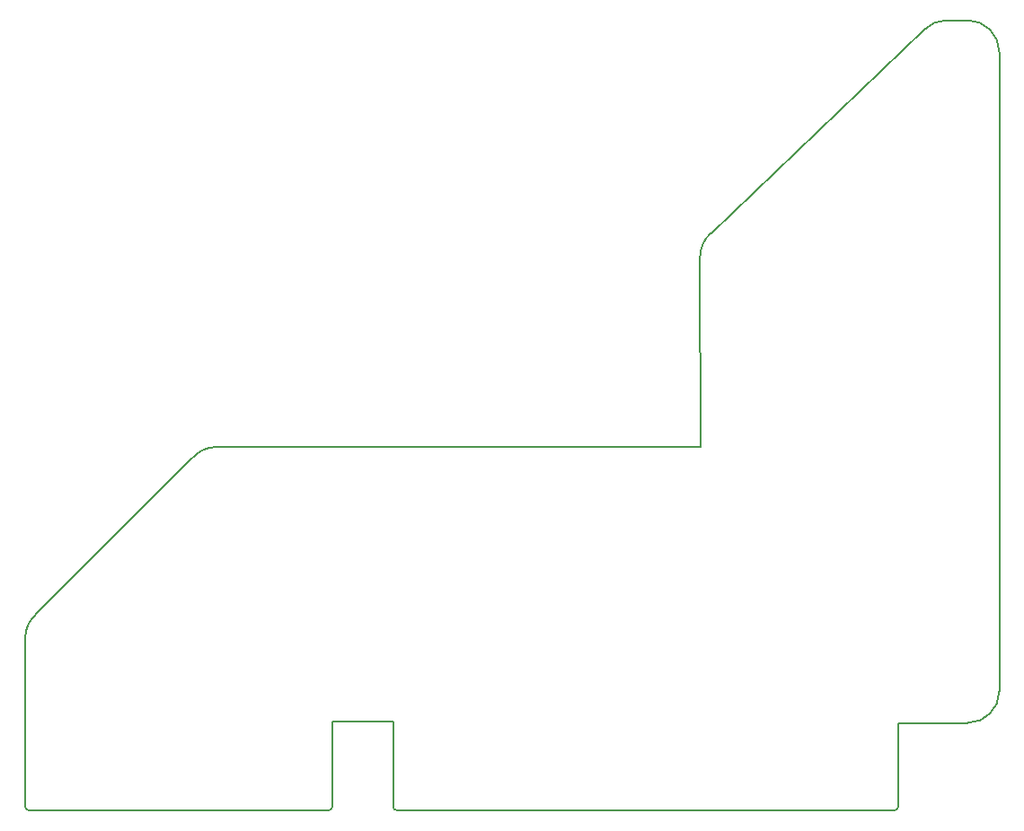
<source format=gbr>
G04 #@! TF.GenerationSoftware,KiCad,Pcbnew,5.1.9-1.fc33*
G04 #@! TF.CreationDate,2021-01-31T23:40:47+01:00*
G04 #@! TF.ProjectId,videocard,76696465-6f63-4617-9264-2e6b69636164,rev?*
G04 #@! TF.SameCoordinates,Original*
G04 #@! TF.FileFunction,Profile,NP*
%FSLAX46Y46*%
G04 Gerber Fmt 4.6, Leading zero omitted, Abs format (unit mm)*
G04 Created by KiCad (PCBNEW 5.1.9-1.fc33) date 2021-01-31 23:40:47*
%MOMM*%
%LPD*%
G01*
G04 APERTURE LIST*
G04 #@! TA.AperFunction,Profile*
%ADD10C,0.150000*%
G04 #@! TD*
G04 APERTURE END LIST*
D10*
X123825000Y-133731000D02*
G75*
G02*
X123444000Y-134112000I-381000J0D01*
G01*
X95250000Y-134112000D02*
G75*
G02*
X94869000Y-133731000I0J381000D01*
G01*
X129921000Y-134112000D02*
G75*
G02*
X129540000Y-133731000I0J381000D01*
G01*
X177165000Y-133731000D02*
G75*
G02*
X176784000Y-134112000I-381000J0D01*
G01*
X179591969Y-60465658D02*
G75*
G02*
X181737000Y-59563000I2145031J-2097342D01*
G01*
X110639958Y-100852573D02*
G75*
G02*
X112903000Y-99822000I2263042J-1969427D01*
G01*
X95899573Y-115592958D02*
G75*
G03*
X94869000Y-117856000I1969427J-2263042D01*
G01*
X159514058Y-79631365D02*
G75*
G03*
X158483485Y-81894407I1969427J-2263042D01*
G01*
X183690000Y-125857000D02*
G75*
G03*
X186690000Y-122857000I0J3000000D01*
G01*
X186690000Y-62563000D02*
G75*
G03*
X183690000Y-59563000I-3000000J0D01*
G01*
X110639958Y-100852573D02*
X95899573Y-115592958D01*
X179591969Y-60465658D02*
X159514058Y-79631365D01*
X94869000Y-133731000D02*
X94869000Y-117856000D01*
X158496000Y-99822000D02*
X158483485Y-81894407D01*
X95250000Y-134112000D02*
X123444000Y-134112000D01*
X177165000Y-133731000D02*
X177165000Y-125857000D01*
X129921000Y-134112000D02*
X176784000Y-134112000D01*
X181737000Y-59563000D02*
X183690000Y-59563000D01*
X186690000Y-122857000D02*
X186690000Y-62563000D01*
X177165000Y-125857000D02*
X183690000Y-125857000D01*
X158496000Y-99822000D02*
X112903000Y-99822000D01*
X123825000Y-133731000D02*
X123825000Y-125730000D01*
X123825000Y-125730000D02*
X129540000Y-125730000D01*
X129540000Y-125730000D02*
X129540000Y-133731000D01*
M02*

</source>
